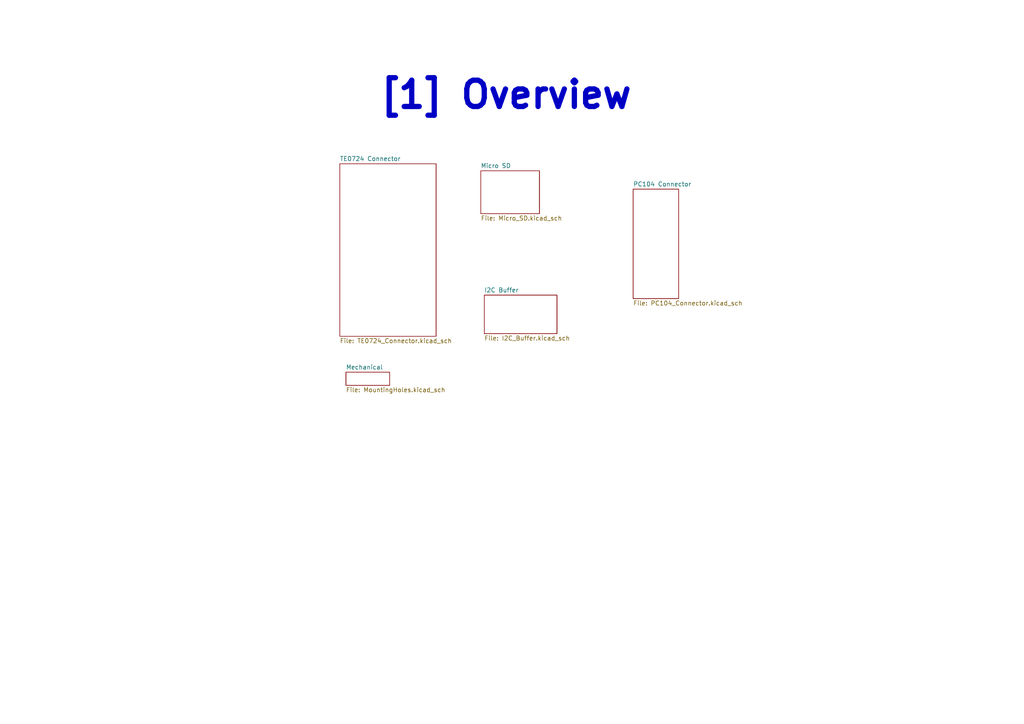
<source format=kicad_sch>
(kicad_sch
	(version 20250114)
	(generator "eeschema")
	(generator_version "9.0")
	(uuid "94da9b83-1146-4f01-8e34-8153765b0257")
	(paper "A4")
	(title_block
		(title "Overview")
	)
	(lib_symbols)
	(text "[1] Overview"
		(exclude_from_sim no)
		(at 146.812 27.686 0)
		(effects
			(font
				(size 7.62 7.62)
				(thickness 1.524)
				(bold yes)
			)
		)
		(uuid "8178cb01-8e75-4a59-9452-79799aa6864c")
	)
	(sheet
		(at 139.446 49.53)
		(size 17.018 12.446)
		(exclude_from_sim no)
		(in_bom yes)
		(on_board yes)
		(dnp no)
		(fields_autoplaced yes)
		(stroke
			(width 0.1524)
			(type solid)
		)
		(fill
			(color 0 0 0 0.0000)
		)
		(uuid "1213a66d-8b93-46c4-b414-9452953a635e")
		(property "Sheetname" "Micro SD"
			(at 139.446 48.8184 0)
			(effects
				(font
					(size 1.27 1.27)
				)
				(justify left bottom)
			)
		)
		(property "Sheetfile" "Micro_SD.kicad_sch"
			(at 139.446 62.5606 0)
			(effects
				(font
					(size 1.27 1.27)
				)
				(justify left top)
			)
		)
		(instances
			(project "adapter-pcb"
				(path "/94da9b83-1146-4f01-8e34-8153765b0257"
					(page "4")
				)
			)
		)
	)
	(sheet
		(at 98.552 47.498)
		(size 27.94 50.038)
		(exclude_from_sim no)
		(in_bom yes)
		(on_board yes)
		(dnp no)
		(fields_autoplaced yes)
		(stroke
			(width 0.1524)
			(type solid)
		)
		(fill
			(color 0 0 0 0.0000)
		)
		(uuid "657822a5-55a5-4f02-b891-b1bece19e172")
		(property "Sheetname" "TE0724 Connector"
			(at 98.552 46.7864 0)
			(effects
				(font
					(size 1.27 1.27)
				)
				(justify left bottom)
			)
		)
		(property "Sheetfile" "TE0724_Connector.kicad_sch"
			(at 98.552 98.1206 0)
			(effects
				(font
					(size 1.27 1.27)
				)
				(justify left top)
			)
		)
		(instances
			(project "adapter-pcb"
				(path "/94da9b83-1146-4f01-8e34-8153765b0257"
					(page "2")
				)
			)
		)
	)
	(sheet
		(at 183.642 54.864)
		(size 13.208 31.75)
		(exclude_from_sim no)
		(in_bom yes)
		(on_board yes)
		(dnp no)
		(fields_autoplaced yes)
		(stroke
			(width 0.1524)
			(type solid)
		)
		(fill
			(color 0 0 0 0.0000)
		)
		(uuid "6da06bd5-7839-43dd-9065-41aec0431e8e")
		(property "Sheetname" "PC104 Connector"
			(at 183.642 54.1524 0)
			(effects
				(font
					(size 1.27 1.27)
				)
				(justify left bottom)
			)
		)
		(property "Sheetfile" "PC104_Connector.kicad_sch"
			(at 183.642 87.1986 0)
			(effects
				(font
					(size 1.27 1.27)
				)
				(justify left top)
			)
		)
		(instances
			(project "adapter-pcb"
				(path "/94da9b83-1146-4f01-8e34-8153765b0257"
					(page "3")
				)
			)
		)
	)
	(sheet
		(at 140.462 85.598)
		(size 21.082 11.176)
		(exclude_from_sim no)
		(in_bom yes)
		(on_board yes)
		(dnp no)
		(fields_autoplaced yes)
		(stroke
			(width 0.1524)
			(type solid)
		)
		(fill
			(color 0 0 0 0.0000)
		)
		(uuid "8f9a2a35-dce8-46a6-bed9-0172c40628c2")
		(property "Sheetname" "I2C Buffer"
			(at 140.462 84.8864 0)
			(effects
				(font
					(size 1.27 1.27)
				)
				(justify left bottom)
			)
		)
		(property "Sheetfile" "I2C_Buffer.kicad_sch"
			(at 140.462 97.3586 0)
			(effects
				(font
					(size 1.27 1.27)
				)
				(justify left top)
			)
		)
		(instances
			(project "adapter-pcb"
				(path "/94da9b83-1146-4f01-8e34-8153765b0257"
					(page "5")
				)
			)
		)
	)
	(sheet
		(at 100.33 107.95)
		(size 12.7 3.81)
		(exclude_from_sim no)
		(in_bom yes)
		(on_board yes)
		(dnp no)
		(fields_autoplaced yes)
		(stroke
			(width 0.1524)
			(type solid)
		)
		(fill
			(color 0 0 0 0.0000)
		)
		(uuid "e51e9f8e-eaa3-4fda-9861-8320ec2d6a3c")
		(property "Sheetname" "Mechanical"
			(at 100.33 107.2384 0)
			(effects
				(font
					(size 1.27 1.27)
				)
				(justify left bottom)
			)
		)
		(property "Sheetfile" "MountingHoles.kicad_sch"
			(at 100.33 112.3446 0)
			(effects
				(font
					(size 1.27 1.27)
				)
				(justify left top)
			)
		)
		(instances
			(project "adapter-pcb"
				(path "/94da9b83-1146-4f01-8e34-8153765b0257"
					(page "6")
				)
			)
		)
	)
	(sheet_instances
		(path "/"
			(page "1")
		)
	)
	(embedded_fonts no)
)

</source>
